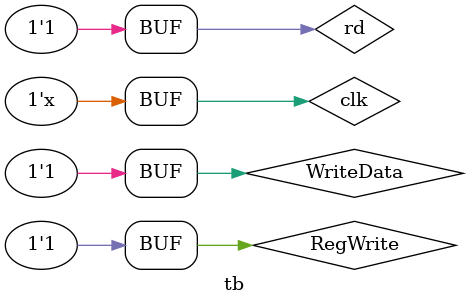
<source format=v>
module tb
(


);

	initial 
	clk = 1'b0;
	
	always
	#5 clk = ~clk;

	
	//checking writing
	
	initial
	begin 
		RegWrite = 1'b1;
		WriteData = 64'b000000000001111101010101010101;
		rd = 5'b00101;
	end
	
endmodule
</source>
